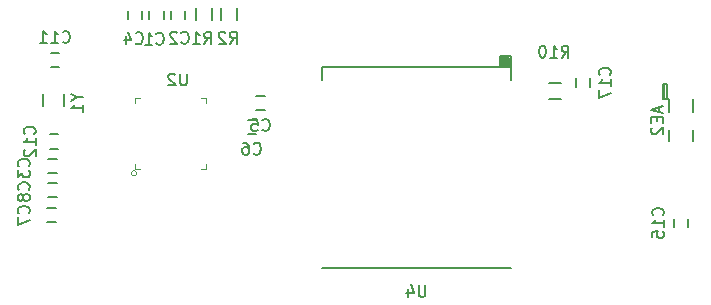
<source format=gbo>
G04 #@! TF.FileFunction,Legend,Bot*
%FSLAX46Y46*%
G04 Gerber Fmt 4.6, Leading zero omitted, Abs format (unit mm)*
G04 Created by KiCad (PCBNEW 4.0.5+dfsg1-4~bpo8+1) date Wed Oct 25 14:31:00 2017*
%MOMM*%
%LPD*%
G01*
G04 APERTURE LIST*
%ADD10C,0.100000*%
%ADD11C,0.200000*%
%ADD12C,0.150000*%
G04 APERTURE END LIST*
D10*
D11*
X128400000Y-72050000D02*
X129050000Y-72050000D01*
X129050000Y-72050000D02*
X129050000Y-71400000D01*
X129050000Y-71400000D02*
X128400000Y-71400000D01*
X128400000Y-71400000D02*
X128400000Y-71900000D01*
X128400000Y-71900000D02*
X128900000Y-71900000D01*
X128900000Y-71900000D02*
X128900000Y-71500000D01*
X128900000Y-71500000D02*
X128550000Y-71500000D01*
X128550000Y-71500000D02*
X128550000Y-71750000D01*
X128550000Y-71750000D02*
X128800000Y-71750000D01*
X128800000Y-71750000D02*
X128800000Y-71600000D01*
X128800000Y-71600000D02*
X128650000Y-71600000D01*
X129200000Y-72200000D02*
X129200000Y-71250000D01*
X129200000Y-71250000D02*
X128250000Y-71250000D01*
X128250000Y-71250000D02*
X128250000Y-72150000D01*
X113200000Y-72200000D02*
X113200000Y-73300000D01*
X129200000Y-72200000D02*
X129200000Y-73300000D01*
X129200000Y-72200000D02*
X113200000Y-72200000D01*
X113200000Y-89200000D02*
X129200000Y-89200000D01*
X142600000Y-74900000D02*
X142300000Y-74900000D01*
X142300000Y-74900000D02*
X142100000Y-74900000D01*
X142100000Y-74900000D02*
X142100000Y-73600000D01*
X142100000Y-73600000D02*
X142400000Y-73600000D01*
X142400000Y-73600000D02*
X142400000Y-74900000D01*
X142400000Y-74900000D02*
X142200000Y-74900000D01*
X142200000Y-74900000D02*
X142200000Y-73700000D01*
X142600000Y-78500000D02*
X142600000Y-77500000D01*
X144600000Y-77500000D02*
X144600000Y-78500000D01*
X144600000Y-74900000D02*
X144600000Y-76000000D01*
X142600000Y-74900000D02*
X142600000Y-76000000D01*
D12*
X99800000Y-68150000D02*
X99800000Y-67450000D01*
X98600000Y-67450000D02*
X98600000Y-68150000D01*
X101600000Y-68150000D02*
X101600000Y-67450000D01*
X100400000Y-67450000D02*
X100400000Y-68150000D01*
X90750000Y-80000000D02*
X90050000Y-80000000D01*
X90050000Y-81200000D02*
X90750000Y-81200000D01*
X98000000Y-68150000D02*
X98000000Y-67450000D01*
X96800000Y-67450000D02*
X96800000Y-68150000D01*
X107650000Y-75850000D02*
X108350000Y-75850000D01*
X108350000Y-74650000D02*
X107650000Y-74650000D01*
X106900000Y-77850000D02*
X107600000Y-77850000D01*
X107600000Y-76650000D02*
X106900000Y-76650000D01*
X90650000Y-84100000D02*
X89950000Y-84100000D01*
X89950000Y-85300000D02*
X90650000Y-85300000D01*
X90750000Y-82000000D02*
X90050000Y-82000000D01*
X90050000Y-83200000D02*
X90750000Y-83200000D01*
X90950000Y-71000000D02*
X90250000Y-71000000D01*
X90250000Y-72200000D02*
X90950000Y-72200000D01*
X90150000Y-79100000D02*
X90850000Y-79100000D01*
X90850000Y-77900000D02*
X90150000Y-77900000D01*
X143000000Y-85050000D02*
X143000000Y-85750000D01*
X144200000Y-85750000D02*
X144200000Y-85050000D01*
X135900000Y-73850000D02*
X135900000Y-73150000D01*
X134700000Y-73150000D02*
X134700000Y-73850000D01*
X103875000Y-68200000D02*
X103875000Y-67200000D01*
X102525000Y-67200000D02*
X102525000Y-68200000D01*
X104625000Y-67200000D02*
X104625000Y-68200000D01*
X105975000Y-68200000D02*
X105975000Y-67200000D01*
X133400000Y-73525000D02*
X132400000Y-73525000D01*
X132400000Y-74875000D02*
X133400000Y-74875000D01*
D10*
X97523607Y-81200000D02*
G75*
G03X97523607Y-81200000I-223607J0D01*
G01*
X97400000Y-80400000D02*
X97400000Y-80800000D01*
X97400000Y-80800000D02*
X97800000Y-80800000D01*
X103400000Y-80400000D02*
X103400000Y-80800000D01*
X103400000Y-80800000D02*
X103000000Y-80800000D01*
X103000000Y-74800000D02*
X103400000Y-74800000D01*
X103400000Y-74800000D02*
X103400000Y-75200000D01*
X97400000Y-74800000D02*
X97800000Y-74800000D01*
X97400000Y-74800000D02*
X97400000Y-75200000D01*
D12*
X91400000Y-74500000D02*
X91400000Y-75500000D01*
X89600000Y-74500000D02*
X89600000Y-75500000D01*
X121961905Y-90652381D02*
X121961905Y-91461905D01*
X121914286Y-91557143D01*
X121866667Y-91604762D01*
X121771429Y-91652381D01*
X121580952Y-91652381D01*
X121485714Y-91604762D01*
X121438095Y-91557143D01*
X121390476Y-91461905D01*
X121390476Y-90652381D01*
X120485714Y-90985714D02*
X120485714Y-91652381D01*
X120723810Y-90604762D02*
X120961905Y-91319048D01*
X120342857Y-91319048D01*
X141776667Y-75553333D02*
X141776667Y-76029524D01*
X142062381Y-75458095D02*
X141062381Y-75791428D01*
X142062381Y-76124762D01*
X141538571Y-76458095D02*
X141538571Y-76791429D01*
X142062381Y-76934286D02*
X142062381Y-76458095D01*
X141062381Y-76458095D01*
X141062381Y-76934286D01*
X141157619Y-77315238D02*
X141110000Y-77362857D01*
X141062381Y-77458095D01*
X141062381Y-77696191D01*
X141110000Y-77791429D01*
X141157619Y-77839048D01*
X141252857Y-77886667D01*
X141348095Y-77886667D01*
X141490952Y-77839048D01*
X142062381Y-77267619D01*
X142062381Y-77886667D01*
X99186666Y-70197143D02*
X99234285Y-70244762D01*
X99377142Y-70292381D01*
X99472380Y-70292381D01*
X99615238Y-70244762D01*
X99710476Y-70149524D01*
X99758095Y-70054286D01*
X99805714Y-69863810D01*
X99805714Y-69720952D01*
X99758095Y-69530476D01*
X99710476Y-69435238D01*
X99615238Y-69340000D01*
X99472380Y-69292381D01*
X99377142Y-69292381D01*
X99234285Y-69340000D01*
X99186666Y-69387619D01*
X98234285Y-70292381D02*
X98805714Y-70292381D01*
X98520000Y-70292381D02*
X98520000Y-69292381D01*
X98615238Y-69435238D01*
X98710476Y-69530476D01*
X98805714Y-69578095D01*
X101296666Y-70117143D02*
X101344285Y-70164762D01*
X101487142Y-70212381D01*
X101582380Y-70212381D01*
X101725238Y-70164762D01*
X101820476Y-70069524D01*
X101868095Y-69974286D01*
X101915714Y-69783810D01*
X101915714Y-69640952D01*
X101868095Y-69450476D01*
X101820476Y-69355238D01*
X101725238Y-69260000D01*
X101582380Y-69212381D01*
X101487142Y-69212381D01*
X101344285Y-69260000D01*
X101296666Y-69307619D01*
X100915714Y-69307619D02*
X100868095Y-69260000D01*
X100772857Y-69212381D01*
X100534761Y-69212381D01*
X100439523Y-69260000D01*
X100391904Y-69307619D01*
X100344285Y-69402857D01*
X100344285Y-69498095D01*
X100391904Y-69640952D01*
X100963333Y-70212381D01*
X100344285Y-70212381D01*
X88357143Y-80583334D02*
X88404762Y-80535715D01*
X88452381Y-80392858D01*
X88452381Y-80297620D01*
X88404762Y-80154762D01*
X88309524Y-80059524D01*
X88214286Y-80011905D01*
X88023810Y-79964286D01*
X87880952Y-79964286D01*
X87690476Y-80011905D01*
X87595238Y-80059524D01*
X87500000Y-80154762D01*
X87452381Y-80297620D01*
X87452381Y-80392858D01*
X87500000Y-80535715D01*
X87547619Y-80583334D01*
X87452381Y-80916667D02*
X87452381Y-81535715D01*
X87833333Y-81202381D01*
X87833333Y-81345239D01*
X87880952Y-81440477D01*
X87928571Y-81488096D01*
X88023810Y-81535715D01*
X88261905Y-81535715D01*
X88357143Y-81488096D01*
X88404762Y-81440477D01*
X88452381Y-81345239D01*
X88452381Y-81059524D01*
X88404762Y-80964286D01*
X88357143Y-80916667D01*
X97436666Y-70157143D02*
X97484285Y-70204762D01*
X97627142Y-70252381D01*
X97722380Y-70252381D01*
X97865238Y-70204762D01*
X97960476Y-70109524D01*
X98008095Y-70014286D01*
X98055714Y-69823810D01*
X98055714Y-69680952D01*
X98008095Y-69490476D01*
X97960476Y-69395238D01*
X97865238Y-69300000D01*
X97722380Y-69252381D01*
X97627142Y-69252381D01*
X97484285Y-69300000D01*
X97436666Y-69347619D01*
X96579523Y-69585714D02*
X96579523Y-70252381D01*
X96817619Y-69204762D02*
X97055714Y-69919048D01*
X96436666Y-69919048D01*
X108166666Y-77507143D02*
X108214285Y-77554762D01*
X108357142Y-77602381D01*
X108452380Y-77602381D01*
X108595238Y-77554762D01*
X108690476Y-77459524D01*
X108738095Y-77364286D01*
X108785714Y-77173810D01*
X108785714Y-77030952D01*
X108738095Y-76840476D01*
X108690476Y-76745238D01*
X108595238Y-76650000D01*
X108452380Y-76602381D01*
X108357142Y-76602381D01*
X108214285Y-76650000D01*
X108166666Y-76697619D01*
X107261904Y-76602381D02*
X107738095Y-76602381D01*
X107785714Y-77078571D01*
X107738095Y-77030952D01*
X107642857Y-76983333D01*
X107404761Y-76983333D01*
X107309523Y-77030952D01*
X107261904Y-77078571D01*
X107214285Y-77173810D01*
X107214285Y-77411905D01*
X107261904Y-77507143D01*
X107309523Y-77554762D01*
X107404761Y-77602381D01*
X107642857Y-77602381D01*
X107738095Y-77554762D01*
X107785714Y-77507143D01*
X107416666Y-79507143D02*
X107464285Y-79554762D01*
X107607142Y-79602381D01*
X107702380Y-79602381D01*
X107845238Y-79554762D01*
X107940476Y-79459524D01*
X107988095Y-79364286D01*
X108035714Y-79173810D01*
X108035714Y-79030952D01*
X107988095Y-78840476D01*
X107940476Y-78745238D01*
X107845238Y-78650000D01*
X107702380Y-78602381D01*
X107607142Y-78602381D01*
X107464285Y-78650000D01*
X107416666Y-78697619D01*
X106559523Y-78602381D02*
X106750000Y-78602381D01*
X106845238Y-78650000D01*
X106892857Y-78697619D01*
X106988095Y-78840476D01*
X107035714Y-79030952D01*
X107035714Y-79411905D01*
X106988095Y-79507143D01*
X106940476Y-79554762D01*
X106845238Y-79602381D01*
X106654761Y-79602381D01*
X106559523Y-79554762D01*
X106511904Y-79507143D01*
X106464285Y-79411905D01*
X106464285Y-79173810D01*
X106511904Y-79078571D01*
X106559523Y-79030952D01*
X106654761Y-78983333D01*
X106845238Y-78983333D01*
X106940476Y-79030952D01*
X106988095Y-79078571D01*
X107035714Y-79173810D01*
X88357143Y-84583334D02*
X88404762Y-84535715D01*
X88452381Y-84392858D01*
X88452381Y-84297620D01*
X88404762Y-84154762D01*
X88309524Y-84059524D01*
X88214286Y-84011905D01*
X88023810Y-83964286D01*
X87880952Y-83964286D01*
X87690476Y-84011905D01*
X87595238Y-84059524D01*
X87500000Y-84154762D01*
X87452381Y-84297620D01*
X87452381Y-84392858D01*
X87500000Y-84535715D01*
X87547619Y-84583334D01*
X87452381Y-84916667D02*
X87452381Y-85583334D01*
X88452381Y-85154762D01*
X88357143Y-82583334D02*
X88404762Y-82535715D01*
X88452381Y-82392858D01*
X88452381Y-82297620D01*
X88404762Y-82154762D01*
X88309524Y-82059524D01*
X88214286Y-82011905D01*
X88023810Y-81964286D01*
X87880952Y-81964286D01*
X87690476Y-82011905D01*
X87595238Y-82059524D01*
X87500000Y-82154762D01*
X87452381Y-82297620D01*
X87452381Y-82392858D01*
X87500000Y-82535715D01*
X87547619Y-82583334D01*
X87880952Y-83154762D02*
X87833333Y-83059524D01*
X87785714Y-83011905D01*
X87690476Y-82964286D01*
X87642857Y-82964286D01*
X87547619Y-83011905D01*
X87500000Y-83059524D01*
X87452381Y-83154762D01*
X87452381Y-83345239D01*
X87500000Y-83440477D01*
X87547619Y-83488096D01*
X87642857Y-83535715D01*
X87690476Y-83535715D01*
X87785714Y-83488096D01*
X87833333Y-83440477D01*
X87880952Y-83345239D01*
X87880952Y-83154762D01*
X87928571Y-83059524D01*
X87976190Y-83011905D01*
X88071429Y-82964286D01*
X88261905Y-82964286D01*
X88357143Y-83011905D01*
X88404762Y-83059524D01*
X88452381Y-83154762D01*
X88452381Y-83345239D01*
X88404762Y-83440477D01*
X88357143Y-83488096D01*
X88261905Y-83535715D01*
X88071429Y-83535715D01*
X87976190Y-83488096D01*
X87928571Y-83440477D01*
X87880952Y-83345239D01*
X91242857Y-70057143D02*
X91290476Y-70104762D01*
X91433333Y-70152381D01*
X91528571Y-70152381D01*
X91671429Y-70104762D01*
X91766667Y-70009524D01*
X91814286Y-69914286D01*
X91861905Y-69723810D01*
X91861905Y-69580952D01*
X91814286Y-69390476D01*
X91766667Y-69295238D01*
X91671429Y-69200000D01*
X91528571Y-69152381D01*
X91433333Y-69152381D01*
X91290476Y-69200000D01*
X91242857Y-69247619D01*
X90290476Y-70152381D02*
X90861905Y-70152381D01*
X90576191Y-70152381D02*
X90576191Y-69152381D01*
X90671429Y-69295238D01*
X90766667Y-69390476D01*
X90861905Y-69438095D01*
X89338095Y-70152381D02*
X89909524Y-70152381D01*
X89623810Y-70152381D02*
X89623810Y-69152381D01*
X89719048Y-69295238D01*
X89814286Y-69390476D01*
X89909524Y-69438095D01*
X88857143Y-77857143D02*
X88904762Y-77809524D01*
X88952381Y-77666667D01*
X88952381Y-77571429D01*
X88904762Y-77428571D01*
X88809524Y-77333333D01*
X88714286Y-77285714D01*
X88523810Y-77238095D01*
X88380952Y-77238095D01*
X88190476Y-77285714D01*
X88095238Y-77333333D01*
X88000000Y-77428571D01*
X87952381Y-77571429D01*
X87952381Y-77666667D01*
X88000000Y-77809524D01*
X88047619Y-77857143D01*
X88952381Y-78809524D02*
X88952381Y-78238095D01*
X88952381Y-78523809D02*
X87952381Y-78523809D01*
X88095238Y-78428571D01*
X88190476Y-78333333D01*
X88238095Y-78238095D01*
X88047619Y-79190476D02*
X88000000Y-79238095D01*
X87952381Y-79333333D01*
X87952381Y-79571429D01*
X88000000Y-79666667D01*
X88047619Y-79714286D01*
X88142857Y-79761905D01*
X88238095Y-79761905D01*
X88380952Y-79714286D01*
X88952381Y-79142857D01*
X88952381Y-79761905D01*
X142057143Y-84757143D02*
X142104762Y-84709524D01*
X142152381Y-84566667D01*
X142152381Y-84471429D01*
X142104762Y-84328571D01*
X142009524Y-84233333D01*
X141914286Y-84185714D01*
X141723810Y-84138095D01*
X141580952Y-84138095D01*
X141390476Y-84185714D01*
X141295238Y-84233333D01*
X141200000Y-84328571D01*
X141152381Y-84471429D01*
X141152381Y-84566667D01*
X141200000Y-84709524D01*
X141247619Y-84757143D01*
X142152381Y-85709524D02*
X142152381Y-85138095D01*
X142152381Y-85423809D02*
X141152381Y-85423809D01*
X141295238Y-85328571D01*
X141390476Y-85233333D01*
X141438095Y-85138095D01*
X141152381Y-86614286D02*
X141152381Y-86138095D01*
X141628571Y-86090476D01*
X141580952Y-86138095D01*
X141533333Y-86233333D01*
X141533333Y-86471429D01*
X141580952Y-86566667D01*
X141628571Y-86614286D01*
X141723810Y-86661905D01*
X141961905Y-86661905D01*
X142057143Y-86614286D01*
X142104762Y-86566667D01*
X142152381Y-86471429D01*
X142152381Y-86233333D01*
X142104762Y-86138095D01*
X142057143Y-86090476D01*
X137557143Y-72857143D02*
X137604762Y-72809524D01*
X137652381Y-72666667D01*
X137652381Y-72571429D01*
X137604762Y-72428571D01*
X137509524Y-72333333D01*
X137414286Y-72285714D01*
X137223810Y-72238095D01*
X137080952Y-72238095D01*
X136890476Y-72285714D01*
X136795238Y-72333333D01*
X136700000Y-72428571D01*
X136652381Y-72571429D01*
X136652381Y-72666667D01*
X136700000Y-72809524D01*
X136747619Y-72857143D01*
X137652381Y-73809524D02*
X137652381Y-73238095D01*
X137652381Y-73523809D02*
X136652381Y-73523809D01*
X136795238Y-73428571D01*
X136890476Y-73333333D01*
X136938095Y-73238095D01*
X136652381Y-74142857D02*
X136652381Y-74809524D01*
X137652381Y-74380952D01*
X103246666Y-70232381D02*
X103580000Y-69756190D01*
X103818095Y-70232381D02*
X103818095Y-69232381D01*
X103437142Y-69232381D01*
X103341904Y-69280000D01*
X103294285Y-69327619D01*
X103246666Y-69422857D01*
X103246666Y-69565714D01*
X103294285Y-69660952D01*
X103341904Y-69708571D01*
X103437142Y-69756190D01*
X103818095Y-69756190D01*
X102294285Y-70232381D02*
X102865714Y-70232381D01*
X102580000Y-70232381D02*
X102580000Y-69232381D01*
X102675238Y-69375238D01*
X102770476Y-69470476D01*
X102865714Y-69518095D01*
X105406666Y-70212381D02*
X105740000Y-69736190D01*
X105978095Y-70212381D02*
X105978095Y-69212381D01*
X105597142Y-69212381D01*
X105501904Y-69260000D01*
X105454285Y-69307619D01*
X105406666Y-69402857D01*
X105406666Y-69545714D01*
X105454285Y-69640952D01*
X105501904Y-69688571D01*
X105597142Y-69736190D01*
X105978095Y-69736190D01*
X105025714Y-69307619D02*
X104978095Y-69260000D01*
X104882857Y-69212381D01*
X104644761Y-69212381D01*
X104549523Y-69260000D01*
X104501904Y-69307619D01*
X104454285Y-69402857D01*
X104454285Y-69498095D01*
X104501904Y-69640952D01*
X105073333Y-70212381D01*
X104454285Y-70212381D01*
X133492857Y-71392381D02*
X133826191Y-70916190D01*
X134064286Y-71392381D02*
X134064286Y-70392381D01*
X133683333Y-70392381D01*
X133588095Y-70440000D01*
X133540476Y-70487619D01*
X133492857Y-70582857D01*
X133492857Y-70725714D01*
X133540476Y-70820952D01*
X133588095Y-70868571D01*
X133683333Y-70916190D01*
X134064286Y-70916190D01*
X132540476Y-71392381D02*
X133111905Y-71392381D01*
X132826191Y-71392381D02*
X132826191Y-70392381D01*
X132921429Y-70535238D01*
X133016667Y-70630476D01*
X133111905Y-70678095D01*
X131921429Y-70392381D02*
X131826190Y-70392381D01*
X131730952Y-70440000D01*
X131683333Y-70487619D01*
X131635714Y-70582857D01*
X131588095Y-70773333D01*
X131588095Y-71011429D01*
X131635714Y-71201905D01*
X131683333Y-71297143D01*
X131730952Y-71344762D01*
X131826190Y-71392381D01*
X131921429Y-71392381D01*
X132016667Y-71344762D01*
X132064286Y-71297143D01*
X132111905Y-71201905D01*
X132159524Y-71011429D01*
X132159524Y-70773333D01*
X132111905Y-70582857D01*
X132064286Y-70487619D01*
X132016667Y-70440000D01*
X131921429Y-70392381D01*
X101761905Y-72752381D02*
X101761905Y-73561905D01*
X101714286Y-73657143D01*
X101666667Y-73704762D01*
X101571429Y-73752381D01*
X101380952Y-73752381D01*
X101285714Y-73704762D01*
X101238095Y-73657143D01*
X101190476Y-73561905D01*
X101190476Y-72752381D01*
X100761905Y-72847619D02*
X100714286Y-72800000D01*
X100619048Y-72752381D01*
X100380952Y-72752381D01*
X100285714Y-72800000D01*
X100238095Y-72847619D01*
X100190476Y-72942857D01*
X100190476Y-73038095D01*
X100238095Y-73180952D01*
X100809524Y-73752381D01*
X100190476Y-73752381D01*
X92476190Y-74773809D02*
X92952381Y-74773809D01*
X91952381Y-74440476D02*
X92476190Y-74773809D01*
X91952381Y-75107143D01*
X92952381Y-75964286D02*
X92952381Y-75392857D01*
X92952381Y-75678571D02*
X91952381Y-75678571D01*
X92095238Y-75583333D01*
X92190476Y-75488095D01*
X92238095Y-75392857D01*
M02*

</source>
